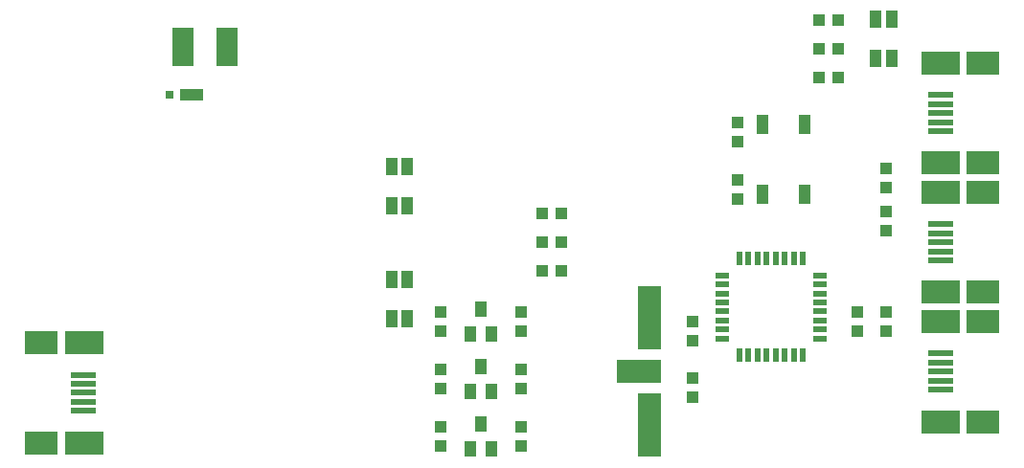
<source format=gtp>
G75*
G70*
%OFA0B0*%
%FSLAX24Y24*%
%IPPOS*%
%LPD*%
%AMOC8*
5,1,8,0,0,1.08239X$1,22.5*
%
%ADD10R,0.0500X0.0220*%
%ADD11R,0.0220X0.0500*%
%ADD12R,0.0433X0.0709*%
%ADD13R,0.0433X0.0394*%
%ADD14R,0.0394X0.0433*%
%ADD15R,0.0827X0.2205*%
%ADD16R,0.1575X0.0827*%
%ADD17R,0.1181X0.0807*%
%ADD18R,0.1378X0.0807*%
%ADD19R,0.0886X0.0197*%
%ADD20R,0.0394X0.0551*%
%ADD21R,0.0748X0.1339*%
%ADD22R,0.0787X0.0433*%
%ADD23R,0.0315X0.0315*%
%ADD24R,0.0394X0.0591*%
D10*
X026490Y009578D03*
X026490Y009893D03*
X026490Y010208D03*
X026490Y010523D03*
X026490Y010837D03*
X026490Y011152D03*
X026490Y011467D03*
X026490Y011782D03*
X029870Y011782D03*
X029870Y011467D03*
X029870Y011152D03*
X029870Y010837D03*
X029870Y010523D03*
X029870Y010208D03*
X029870Y009893D03*
X029870Y009578D03*
D11*
X029282Y008990D03*
X028967Y008990D03*
X028652Y008990D03*
X028337Y008990D03*
X028023Y008990D03*
X027708Y008990D03*
X027393Y008990D03*
X027078Y008990D03*
X027078Y012370D03*
X027393Y012370D03*
X027708Y012370D03*
X028023Y012370D03*
X028337Y012370D03*
X028652Y012370D03*
X028967Y012370D03*
X029282Y012370D03*
D12*
X029337Y014589D03*
X027880Y014589D03*
X027880Y017030D03*
X029337Y017030D03*
D13*
X027020Y017115D03*
X027020Y016445D03*
X032180Y015515D03*
X032180Y014845D03*
X032180Y014015D03*
X032180Y013345D03*
X032180Y010515D03*
X032180Y009845D03*
X019480Y009845D03*
X019480Y010515D03*
X019480Y008515D03*
X019480Y007845D03*
X019480Y006515D03*
X019480Y005845D03*
X016680Y005845D03*
X016680Y006515D03*
X016680Y007845D03*
X016680Y008515D03*
X016680Y009845D03*
X016680Y010515D03*
D14*
X020225Y011930D03*
X020895Y011930D03*
X020895Y012930D03*
X020225Y012930D03*
X020225Y013930D03*
X020895Y013930D03*
X025460Y010175D03*
X025460Y009505D03*
X025460Y008215D03*
X025460Y007545D03*
X031180Y009845D03*
X031180Y010515D03*
X027020Y014445D03*
X027020Y015115D03*
X029845Y018680D03*
X030515Y018680D03*
X030515Y019680D03*
X029845Y019680D03*
X029845Y020680D03*
X030515Y020680D03*
D15*
X023954Y010302D03*
X023954Y006562D03*
D16*
X023580Y008432D03*
D17*
X002790Y005948D03*
X002790Y009432D03*
X035566Y010170D03*
X035566Y011190D03*
X035566Y014674D03*
X035566Y015690D03*
X035566Y019174D03*
X035566Y006686D03*
D18*
X034089Y006686D03*
X034089Y010170D03*
X034089Y011190D03*
X034089Y014674D03*
X034089Y015690D03*
X034089Y019174D03*
X004267Y009432D03*
X004267Y005948D03*
D19*
X004257Y007060D03*
X004257Y007375D03*
X004257Y007690D03*
X004257Y008005D03*
X004257Y008320D03*
X034099Y008428D03*
X034099Y008743D03*
X034099Y009058D03*
X034099Y008113D03*
X034099Y007798D03*
X034099Y012302D03*
X034099Y012617D03*
X034099Y012932D03*
X034099Y013247D03*
X034099Y013562D03*
X034099Y016802D03*
X034099Y017117D03*
X034099Y017432D03*
X034099Y017747D03*
X034099Y018062D03*
D20*
X018454Y009747D03*
X017706Y009747D03*
X018080Y010613D03*
X018080Y008613D03*
X017706Y007747D03*
X018454Y007747D03*
X018080Y006613D03*
X017706Y005747D03*
X018454Y005747D03*
D21*
X009238Y019750D03*
X007702Y019750D03*
D22*
X008010Y018070D03*
D23*
X007262Y018070D03*
D24*
X014967Y015587D03*
X015519Y015587D03*
X015519Y014210D03*
X014967Y014210D03*
X014967Y011650D03*
X015519Y011650D03*
X015519Y010273D03*
X014967Y010273D03*
X031826Y019328D03*
X032377Y019328D03*
X032377Y020706D03*
X031826Y020706D03*
M02*

</source>
